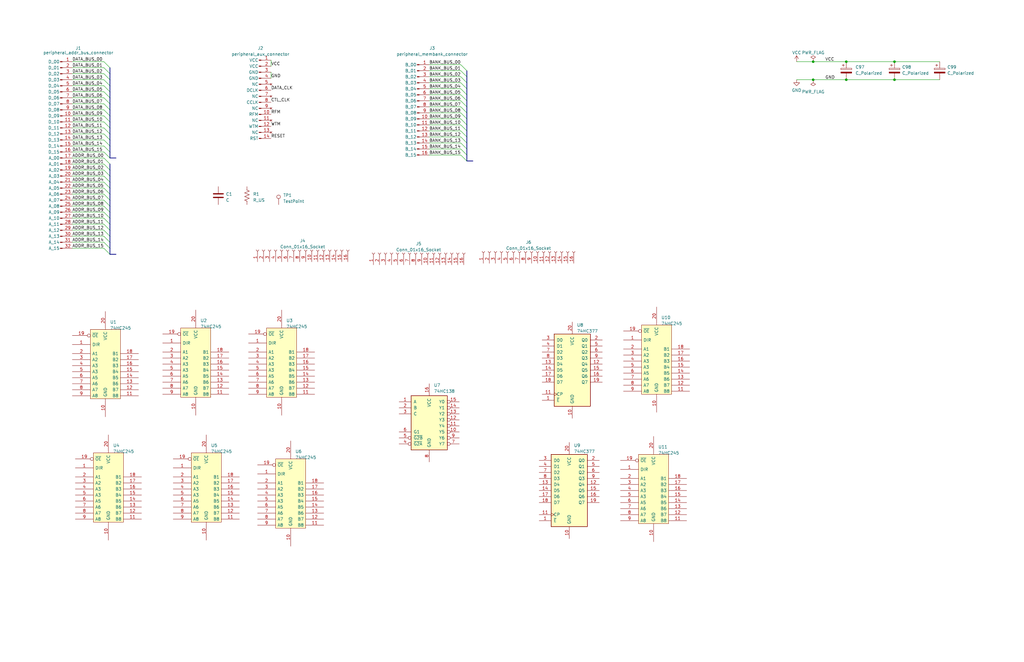
<source format=kicad_sch>
(kicad_sch (version 20230121) (generator eeschema)
  (paper "B")
  (lib_symbols
    (symbol "74xx:74HC00" (pin_names (offset 1.016))
      (property "Reference" "U" (at 0 1.27 0))
      (property "Value" "74HC00" (at 0 -1.27 0))
      (symbol "74HC00_1_1"
        (pin input line (at -7.62 2.54 0) (length 3.81) (name "~") (number "1"))
        (pin input line (at -7.62 -2.54 0) (length 3.81) (name "~") (number "2"))
        (pin output inverted (at 7.62 0 180) (length 3.81) (name "~") (number "3"))
      )
      (symbol "74HC00_1_2"
        (pin input inverted (at -7.62 2.54 0) (length 4.318) (name "~") (number "1"))
        (pin input inverted (at -7.62 -2.54 0) (length 4.318) (name "~") (number "2"))
        (pin output line (at 7.62 0 180) (length 3.81) (name "~") (number "3"))
      )
      (symbol "74HC00_2_1"
        (pin input line (at -7.62 2.54 0) (length 3.81) (name "~") (number "4"))
        (pin input line (at -7.62 -2.54 0) (length 3.81) (name "~") (number "5"))
        (pin output inverted (at 7.62 0 180) (length 3.81) (name "~") (number "6"))
      )
      (symbol "74HC00_2_2"
        (pin input inverted (at -7.62 2.54 0) (length 4.318) (name "~") (number "4"))
        (pin input inverted (at -7.62 -2.54 0) (length 4.318) (name "~") (number "5"))
        (pin output line (at 7.62 0 180) (length 3.81) (name "~") (number "6"))
      )
      (symbol "74HC00_3_1"
        (pin input line (at -7.62 -2.54 0) (length 3.81) (name "~") (number "10"))
        (pin output inverted (at 7.62 0 180) (length 3.81) (name "~") (number "8"))
        (pin input line (at -7.62 2.54 0) (length 3.81) (name "~") (number "9"))
      )
      (symbol "74HC00_3_2"
        (pin input inverted (at -7.62 -2.54 0) (length 4.318) (name "~") (number "10"))
        (pin output line (at 7.62 0 180) (length 3.81) (name "~") (number "8"))
        (pin input inverted (at -7.62 2.54 0) (length 4.318) (name "~") (number "9"))
      )
      (symbol "74HC00_4_1"
        (pin output inverted (at 7.62 0 180) (length 3.81) (name "~") (number "11"))
        (pin input line (at -7.62 2.54 0) (length 3.81) (name "~") (number "12"))
        (pin input line (at -7.62 -2.54 0) (length 3.81) (name "~") (number "13"))
      )
      (symbol "74HC00_4_2"
        (pin output line (at 7.62 0 180) (length 3.81) (name "~") (number "11"))
        (pin input inverted (at -7.62 2.54 0) (length 4.318) (name "~") (number "12"))
        (pin input inverted (at -7.62 -2.54 0) (length 4.318) (name "~") (number "13"))
      )
      (symbol "74HC00_5_0"
        (pin power_in line (at 0 12.7 270) (length 5.08) (name "VCC") (number "14"))
        (pin power_in line (at 0 -12.7 90) (length 5.08) (name "GND") (number "7"))
      )
    )
    (symbol "Connector:Conn_01x16_Socket" (pin_names (offset 1.016) hide)
      (property "Reference" "J" (at 0 20.32 0))
      (property "Value" "Conn_01x16_Socket" (at 0 -22.86 0))
      (symbol "Conn_01x16_Socket_1_1"
        (pin passive line (at -5.08 17.78 0) (length 3.81) (name "Pin_1") (number "1"))
        (pin passive line (at -5.08 -5.08 0) (length 3.81) (name "Pin_10") (number "10"))
        (pin passive line (at -5.08 -7.62 0) (length 3.81) (name "Pin_11") (number "11"))
        (pin passive line (at -5.08 -10.16 0) (length 3.81) (name "Pin_12") (number "12"))
        (pin passive line (at -5.08 -12.7 0) (length 3.81) (name "Pin_13") (number "13"))
        (pin passive line (at -5.08 -15.24 0) (length 3.81) (name "Pin_14") (number "14"))
        (pin passive line (at -5.08 -17.78 0) (length 3.81) (name "Pin_15") (number "15"))
        (pin passive line (at -5.08 -20.32 0) (length 3.81) (name "Pin_16") (number "16"))
        (pin passive line (at -5.08 15.24 0) (length 3.81) (name "Pin_2") (number "2"))
        (pin passive line (at -5.08 12.7 0) (length 3.81) (name "Pin_3") (number "3"))
        (pin passive line (at -5.08 10.16 0) (length 3.81) (name "Pin_4") (number "4"))
        (pin passive line (at -5.08 7.62 0) (length 3.81) (name "Pin_5") (number "5"))
        (pin passive line (at -5.08 5.08 0) (length 3.81) (name "Pin_6") (number "6"))
        (pin passive line (at -5.08 2.54 0) (length 3.81) (name "Pin_7") (number "7"))
        (pin passive line (at -5.08 0 0) (length 3.81) (name "Pin_8") (number "8"))
        (pin passive line (at -5.08 -2.54 0) (length 3.81) (name "Pin_9") (number "9"))
      )
    )
    (symbol "Connector:TestPoint" (pin_numbers hide) (pin_names (offset 0.762) hide)
      (property "Reference" "TP" (at 0 6.858 0))
      (property "Value" "TestPoint" (at 0 5.08 0))
      (symbol "TestPoint_1_1"
        (pin passive line (at 0 0 90) (length 2.54) (name "1") (number "1"))
      )
    )
    (symbol "Device:C" (pin_numbers hide) (pin_names (offset 0.254))
      (property "Reference" "C" (at 0.635 2.54 0))
      (property "Value" "C" (at 0.635 -2.54 0))
      (symbol "C_1_1"
        (pin passive line (at 0 3.81 270) (length 2.794) (name "~") (number "1"))
        (pin passive line (at 0 -3.81 90) (length 2.794) (name "~") (number "2"))
      )
    )
    (symbol "Device:C_Polarized" (pin_numbers hide) (pin_names (offset 0.254))
      (property "Reference" "C" (at 0.635 2.54 0))
      (property "Value" "C_Polarized" (at 0.635 -2.54 0))
      (symbol "C_Polarized_1_1"
        (pin passive line (at 0 3.81 270) (length 2.794) (name "~") (number "1"))
        (pin passive line (at 0 -3.81 90) (length 2.794) (name "~") (number "2"))
      )
    )
    (symbol "Device:R_US" (pin_numbers hide) (pin_names (offset 0))
      (property "Reference" "R" (at 2.54 0 90))
      (property "Value" "R_US" (at -2.54 0 90))
      (symbol "R_US_1_1"
        (pin passive line (at 0 3.81 270) (length 1.27) (name "~") (number "1"))
        (pin passive line (at 0 -3.81 90) (length 1.27) (name "~") (number "2"))
      )
    )
    (symbol "power:GND" (power) (pin_names (offset 0))
      (property "Value" "GND" (at 0 -3.81 0))
      (symbol "GND_1_1"
        (pin power_in line (at 0 0 270) (length 0) hide (name "GND") (number "1"))
      )
    )
    (symbol "power:PWR_FLAG" (power) (pin_numbers hide) (pin_names (offset 0) hide)
      (property "Value" "PWR_FLAG" (at 0 3.81 0))
      (symbol "PWR_FLAG_0_0"
        (pin power_out line (at 0 0 90) (length 0) (name "pwr") (number "1"))
      )
    )
    (symbol "power:VCC" (power) (pin_names (offset 0))
      (property "Value" "VCC" (at 0 3.81 0))
      (symbol "VCC_1_1"
        (pin power_in line (at 0 0 90) (length 0) hide (name "VCC") (number "1"))
      )
    )
    (symbol "sixteen-bit-computer:74HC08" (pin_names (offset 1.016))
      (property "Reference" "U" (at 0 1.27 0))
      (property "Value" "74HC08" (at 0 -1.27 0))
      (symbol "74HC08_1_1"
        (pin input line (at -7.62 2.54 0) (length 3.81) (name "~") (number "1"))
        (pin input line (at -7.62 -2.54 0) (length 3.81) (name "~") (number "2"))
        (pin output line (at 7.62 0 180) (length 3.81) (name "~") (number "3"))
      )
      (symbol "74HC08_1_2"
        (pin input inverted (at -7.62 2.54 0) (length 4.318) (name "~") (number "1"))
        (pin input inverted (at -7.62 -2.54 0) (length 4.318) (name "~") (number "2"))
        (pin output inverted (at 7.62 0 180) (length 3.81) (name "~") (number "3"))
      )
      (symbol "74HC08_2_1"
        (pin input line (at -7.62 2.54 0) (length 3.81) (name "~") (number "4"))
        (pin input line (at -7.62 -2.54 0) (length 3.81) (name "~") (number "5"))
        (pin output line (at 7.62 0 180) (length 3.81) (name "~") (number "6"))
      )
      (symbol "74HC08_2_2"
        (pin input inverted (at -7.62 2.54 0) (length 4.318) (name "~") (number "4"))
        (pin input inverted (at -7.62 -2.54 0) (length 4.318) (name "~") (number "5"))
        (pin output inverted (at 7.62 0 180) (length 3.81) (name "~") (number "6"))
      )
      (symbol "74HC08_3_1"
        (pin input line (at -7.62 -2.54 0) (length 3.81) (name "~") (number "10"))
        (pin output line (at 7.62 0 180) (length 3.81) (name "~") (number "8"))
        (pin input line (at -7.62 2.54 0) (length 3.81) (name "~") (number "9"))
      )
      (symbol "74HC08_3_2"
        (pin input inverted (at -7.62 -2.54 0) (length 4.318) (name "~") (number "10"))
        (pin output inverted (at 7.62 0 180) (length 3.81) (name "~") (number "8"))
        (pin input inverted (at -7.62 2.54 0) (length 4.318) (name "~") (number "9"))
      )
      (symbol "74HC08_4_1"
        (pin output line (at 7.62 0 180) (length 3.81) (name "~") (number "11"))
        (pin input line (at -7.62 2.54 0) (length 3.81) (name "~") (number "12"))
        (pin input line (at -7.62 -2.54 0) (length 3.81) (name "~") (number "13"))
      )
      (symbol "74HC08_4_2"
        (pin output inverted (at 7.62 0 180) (length 3.81) (name "~") (number "11"))
        (pin input inverted (at -7.62 2.54 0) (length 4.318) (name "~") (number "12"))
        (pin input inverted (at -7.62 -2.54 0) (length 4.318) (name "~") (number "13"))
      )
      (symbol "74HC08_5_0"
        (pin power_in line (at 0 12.7 270) (length 5.08) (name "VCC") (number "14"))
        (pin power_in line (at 0 -12.7 90) (length 5.08) (name "GND") (number "7"))
      )
    )
    (symbol "sixteen-bit-computer:74HC138" (pin_names (offset 1.016))
      (property "Reference" "U" (at -7.62 11.43 0))
      (property "Value" "74HC138" (at -7.62 -13.97 0))
      (symbol "74HC138_1_0"
        (pin input line (at -12.7 7.62 0) (length 5.08) (name "A") (number "1"))
        (pin output inverted (at 12.7 -5.08 180) (length 5.08) (name "Y5") (number "10"))
        (pin output inverted (at 12.7 -2.54 180) (length 5.08) (name "Y4") (number "11"))
        (pin output inverted (at 12.7 0 180) (length 5.08) (name "Y3") (number "12"))
        (pin output inverted (at 12.7 2.54 180) (length 5.08) (name "Y2") (number "13"))
        (pin output inverted (at 12.7 5.08 180) (length 5.08) (name "Y1") (number "14"))
        (pin output inverted (at 12.7 7.62 180) (length 5.08) (name "Y0") (number "15"))
        (pin power_in line (at 0 15.24 270) (length 5.08) (name "VCC") (number "16"))
        (pin input line (at -12.7 5.08 0) (length 5.08) (name "B") (number "2"))
        (pin input line (at -12.7 2.54 0) (length 5.08) (name "C") (number "3"))
        (pin input inverted (at -12.7 -10.16 0) (length 5.08) (name "~{G2A}") (number "4"))
        (pin input inverted (at -12.7 -7.62 0) (length 5.08) (name "~{G2B}") (number "5"))
        (pin input line (at -12.7 -5.08 0) (length 5.08) (name "G1") (number "6"))
        (pin output inverted (at 12.7 -10.16 180) (length 5.08) (name "Y7") (number "7"))
        (pin power_in line (at 0 -17.78 90) (length 5.08) (name "GND") (number "8"))
        (pin output inverted (at 12.7 -7.62 180) (length 5.08) (name "Y6") (number "9"))
      )
    )
    (symbol "sixteen-bit-computer:74HC245" (pin_names (offset 0.762))
      (property "Reference" "U" (at -7.62 17.78 0))
      (property "Value" "74HC245" (at 2.54 -15.24 0))
      (symbol "74HC245_1_1"
        (pin input line (at -13.97 10.16 0) (length 7.62) (name "DIR") (number "1"))
        (pin power_in line (at 0 -20.32 90) (length 7.62) (name "GND") (number "10"))
        (pin tri_state line (at 13.97 -11.43 180) (length 7.62) (name "B8") (number "11"))
        (pin tri_state line (at 13.97 -8.89 180) (length 7.62) (name "B7") (number "12"))
        (pin tri_state line (at 13.97 -6.35 180) (length 7.62) (name "B6") (number "13"))
        (pin tri_state line (at 13.97 -3.81 180) (length 7.62) (name "B5") (number "14"))
        (pin tri_state line (at 13.97 -1.27 180) (length 7.62) (name "B4") (number "15"))
        (pin tri_state line (at 13.97 1.27 180) (length 7.62) (name "B3") (number "16"))
        (pin tri_state line (at 13.97 3.81 180) (length 7.62) (name "B2") (number "17"))
        (pin tri_state line (at 13.97 6.35 180) (length 7.62) (name "B1") (number "18"))
        (pin input inverted (at -13.97 13.97 0) (length 7.62) (name "~{OE}") (number "19"))
        (pin tri_state line (at -13.97 6.35 0) (length 7.62) (name "A1") (number "2"))
        (pin power_in line (at 0 24.13 270) (length 7.62) (name "VCC") (number "20"))
        (pin tri_state line (at -13.97 3.81 0) (length 7.62) (name "A2") (number "3"))
        (pin tri_state line (at -13.97 1.27 0) (length 7.62) (name "A3") (number "4"))
        (pin tri_state line (at -13.97 -1.27 0) (length 7.62) (name "A3") (number "5"))
        (pin tri_state line (at -13.97 -3.81 0) (length 7.62) (name "A5") (number "6"))
        (pin tri_state line (at -13.97 -6.35 0) (length 7.62) (name "A6") (number "7"))
        (pin tri_state line (at -13.97 -8.89 0) (length 7.62) (name "A7") (number "8"))
        (pin tri_state line (at -13.97 -11.43 0) (length 7.62) (name "A8") (number "9"))
      )
    )
    (symbol "sixteen-bit-computer:74HC32" (pin_names (offset 1.016))
      (property "Reference" "U" (at 0 1.27 0))
      (property "Value" "74HC32" (at 0 -1.27 0))
      (symbol "74HC32_1_1"
        (pin input line (at -7.62 2.54 0) (length 4.318) (name "~") (number "1"))
        (pin input line (at -7.62 -2.54 0) (length 4.318) (name "~") (number "2"))
        (pin output line (at 7.62 0 180) (length 3.81) (name "~") (number "3"))
      )
      (symbol "74HC32_1_2"
        (pin input inverted (at -7.62 2.54 0) (length 3.81) (name "~") (number "1"))
        (pin input inverted (at -7.62 -2.54 0) (length 3.81) (name "~") (number "2"))
        (pin output inverted (at 7.62 0 180) (length 3.81) (name "~") (number "3"))
      )
      (symbol "74HC32_2_1"
        (pin input line (at -7.62 2.54 0) (length 4.318) (name "~") (number "4"))
        (pin input line (at -7.62 -2.54 0) (length 4.318) (name "~") (number "5"))
        (pin output line (at 7.62 0 180) (length 3.81) (name "~") (number "6"))
      )
      (symbol "74HC32_2_2"
        (pin input inverted (at -7.62 2.54 0) (length 3.81) (name "~") (number "4"))
        (pin input inverted (at -7.62 -2.54 0) (length 3.81) (name "~") (number "5"))
        (pin output inverted (at 7.62 0 180) (length 3.81) (name "~") (number "6"))
      )
      (symbol "74HC32_3_1"
        (pin input line (at -7.62 -2.54 0) (length 4.318) (name "~") (number "10"))
        (pin output line (at 7.62 0 180) (length 3.81) (name "~") (number "8"))
        (pin input line (at -7.62 2.54 0) (length 4.318) (name "~") (number "9"))
      )
      (symbol "74HC32_3_2"
        (pin input inverted (at -7.62 -2.54 0) (length 3.81) (name "~") (number "10"))
        (pin output inverted (at 7.62 0 180) (length 3.81) (name "~") (number "8"))
        (pin input inverted (at -7.62 2.54 0) (length 3.81) (name "~") (number "9"))
      )
      (symbol "74HC32_4_1"
        (pin output line (at 7.62 0 180) (length 3.81) (name "~") (number "11"))
        (pin input line (at -7.62 2.54 0) (length 4.318) (name "~") (number "12"))
        (pin input line (at -7.62 -2.54 0) (length 4.318) (name "~") (number "13"))
      )
      (symbol "74HC32_4_2"
        (pin output inverted (at 7.62 0 180) (length 3.81) (name "~") (number "11"))
        (pin input inverted (at -7.62 2.54 0) (length 3.81) (name "~") (number "12"))
        (pin input inverted (at -7.62 -2.54 0) (length 3.81) (name "~") (number "13"))
      )
      (symbol "74HC32_5_0"
        (pin power_in line (at 0 12.7 270) (length 5.08) (name "VCC") (number "14"))
        (pin power_in line (at 0 -12.7 90) (length 5.08) (name "GND") (number "7"))
      )
    )
    (symbol "sixteen-bit-computer:74HC377" (pin_names (offset 1.016))
      (property "Reference" "U" (at -7.62 16.51 0))
      (property "Value" "74HC377" (at 8.89 -17.78 0))
      (symbol "74HC377_1_0"
        (pin input line (at -12.7 -12.7 0) (length 5.08) (name "~{E}") (number "1"))
        (pin power_in line (at 0 -20.32 90) (length 5.08) (name "GND") (number "10"))
        (pin input clock (at -12.7 -10.16 0) (length 5.08) (name "CP") (number "11"))
        (pin output line (at 12.7 2.54 180) (length 5.08) (name "Q4") (number "12"))
        (pin input line (at -12.7 2.54 0) (length 5.08) (name "D4") (number "13"))
        (pin input line (at -12.7 0 0) (length 5.08) (name "D5") (number "14"))
        (pin output line (at 12.7 0 180) (length 5.08) (name "Q5") (number "15"))
        (pin output line (at 12.7 -2.54 180) (length 5.08) (name "Q6") (number "16"))
        (pin input line (at -12.7 -2.54 0) (length 5.08) (name "D6") (number "17"))
        (pin input line (at -12.7 -5.08 0) (length 5.08) (name "D7") (number "18"))
        (pin output line (at 12.7 -5.08 180) (length 5.08) (name "Q7") (number "19"))
        (pin output line (at 12.7 12.7 180) (length 5.08) (name "Q0") (number "2"))
        (pin power_in line (at 0 20.32 270) (length 5.08) (name "VCC") (number "20"))
        (pin input line (at -12.7 12.7 0) (length 5.08) (name "D0") (number "3"))
        (pin input line (at -12.7 10.16 0) (length 5.08) (name "D1") (number "4"))
        (pin output line (at 12.7 10.16 180) (length 5.08) (name "Q1") (number "5"))
        (pin output line (at 12.7 7.62 180) (length 5.08) (name "Q2") (number "6"))
        (pin input line (at -12.7 7.62 0) (length 5.08) (name "D2") (number "7"))
        (pin input line (at -12.7 5.08 0) (length 5.08) (name "D3") (number "8"))
        (pin output line (at 12.7 5.08 180) (length 5.08) (name "Q3") (number "9"))
      )
    )
    (symbol "sixteen-bit-computer:peripheral_addr_bus_connector" (pin_names (offset 1.524))
      (property "Reference" "J" (at 0 40.64 0))
      (property "Value" "peripheral_addr_bus_connector" (at 0 -43.18 0))
      (symbol "peripheral_addr_bus_connector_1_1"
        (pin passive line (at 5.08 38.1 180) (length 3.81) (name "D_00") (number "1"))
        (pin passive line (at 5.08 15.24 180) (length 3.81) (name "D_09") (number "10"))
        (pin passive line (at 5.08 12.7 180) (length 3.81) (name "D_10") (number "11"))
        (pin passive line (at 5.08 10.16 180) (length 3.81) (name "D_11") (number "12"))
        (pin passive line (at 5.08 7.62 180) (length 3.81) (name "D_12") (number "13"))
        (pin passive line (at 5.08 5.08 180) (length 3.81) (name "D_13") (number "14"))
        (pin passive line (at 5.08 2.54 180) (length 3.81) (name "D_14") (number "15"))
        (pin passive line (at 5.08 0 180) (length 3.81) (name "D_15") (number "16"))
        (pin passive line (at 5.08 -2.54 180) (length 3.81) (name "A_00") (number "17"))
        (pin passive line (at 5.08 -5.08 180) (length 3.81) (name "A_01") (number "18"))
        (pin passive line (at 5.08 -7.62 180) (length 3.81) (name "A_02") (number "19"))
        (pin passive line (at 5.08 35.56 180) (length 3.81) (name "D_01") (number "2"))
        (pin passive line (at 5.08 -10.16 180) (length 3.81) (name "A_03") (number "20"))
        (pin passive line (at 5.08 -12.7 180) (length 3.81) (name "A_04") (number "21"))
        (pin passive line (at 5.08 -15.24 180) (length 3.81) (name "A_05") (number "22"))
        (pin passive line (at 5.08 -17.78 180) (length 3.81) (name "A_06") (number "23"))
        (pin passive line (at 5.08 -20.32 180) (length 3.81) (name "A_07") (number "24"))
        (pin passive line (at 5.08 -22.86 180) (length 3.81) (name "A_08") (number "25"))
        (pin passive line (at 5.08 -25.4 180) (length 3.81) (name "A_09") (number "26"))
        (pin passive line (at 5.08 -27.94 180) (length 3.81) (name "A_10") (number "27"))
        (pin passive line (at 5.08 -30.48 180) (length 3.81) (name "A_11") (number "28"))
        (pin passive line (at 5.08 -33.02 180) (length 3.81) (name "A_12") (number "29"))
        (pin passive line (at 5.08 33.02 180) (length 3.81) (name "D_02") (number "3"))
        (pin passive line (at 5.08 -35.56 180) (length 3.81) (name "A_13") (number "30"))
        (pin passive line (at 5.08 -38.1 180) (length 3.81) (name "A_14") (number "31"))
        (pin passive line (at 5.08 -40.64 180) (length 3.81) (name "A_15") (number "32"))
        (pin passive line (at 5.08 30.48 180) (length 3.81) (name "D_03") (number "4"))
        (pin passive line (at 5.08 27.94 180) (length 3.81) (name "D_04") (number "5"))
        (pin passive line (at 5.08 25.4 180) (length 3.81) (name "D_05") (number "6"))
        (pin passive line (at 5.08 22.86 180) (length 3.81) (name "D_06") (number "7"))
        (pin passive line (at 5.08 20.32 180) (length 3.81) (name "D_07") (number "8"))
        (pin passive line (at 5.08 17.78 180) (length 3.81) (name "D_08") (number "9"))
      )
    )
    (symbol "sixteen-bit-computer:peripheral_aux_connector" (pin_names (offset 1.524))
      (property "Reference" "J" (at 0 17.78 0))
      (property "Value" "peripheral_aux_connector" (at 0 -20.32 0))
      (symbol "peripheral_aux_connector_1_1"
        (pin passive line (at 5.08 15.24 180) (length 3.81) (name "VCC") (number "1"))
        (pin passive line (at 5.08 -7.62 180) (length 3.81) (name "RFM") (number "10"))
        (pin no_connect line (at 5.08 -10.16 180) (length 3.81) (name "NC") (number "11"))
        (pin passive line (at 5.08 -12.7 180) (length 3.81) (name "WTM") (number "12"))
        (pin no_connect line (at 5.08 -15.24 180) (length 3.81) (name "NC") (number "13"))
        (pin passive line (at 5.08 -17.78 180) (length 3.81) (name "RST") (number "14"))
        (pin passive line (at 5.08 12.7 180) (length 3.81) (name "VCC") (number "2"))
        (pin passive line (at 5.08 10.16 180) (length 3.81) (name "GND") (number "3"))
        (pin passive line (at 5.08 7.62 180) (length 3.81) (name "GND") (number "4"))
        (pin no_connect line (at 5.08 5.08 180) (length 3.81) (name "NC") (number "5"))
        (pin passive line (at 5.08 2.54 180) (length 3.81) (name "DCLK") (number "6"))
        (pin no_connect line (at 5.08 0 180) (length 3.81) (name "NC") (number "7"))
        (pin passive line (at 5.08 -2.54 180) (length 3.81) (name "CCLK") (number "8"))
        (pin no_connect line (at 5.08 -5.08 180) (length 3.81) (name "NC") (number "9"))
      )
    )
    (symbol "sixteen-bit-computer:peripheral_membank_connector" (pin_names (offset 1.524))
      (property "Reference" "J" (at 0 20.32 0))
      (property "Value" "peripheral_membank_connector" (at 0 -22.86 0))
      (symbol "peripheral_membank_connector_1_1"
        (pin passive line (at 5.08 17.78 180) (length 3.81) (name "B_00") (number "1"))
        (pin passive line (at 5.08 -5.08 180) (length 3.81) (name "B_09") (number "10"))
        (pin passive line (at 5.08 -7.62 180) (length 3.81) (name "B_10") (number "11"))
        (pin passive line (at 5.08 -10.16 180) (length 3.81) (name "B_11") (number "12"))
        (pin passive line (at 5.08 -12.7 180) (length 3.81) (name "B_12") (number "13"))
        (pin passive line (at 5.08 -15.24 180) (length 3.81) (name "B_13") (number "14"))
        (pin passive line (at 5.08 -17.78 180) (length 3.81) (name "B_14") (number "15"))
        (pin passive line (at 5.08 -20.32 180) (length 3.81) (name "B_15") (number "16"))
        (pin passive line (at 5.08 15.24 180) (length 3.81) (name "B_01") (number "2"))
        (pin passive line (at 5.08 12.7 180) (length 3.81) (name "B_02") (number "3"))
        (pin passive line (at 5.08 10.16 180) (length 3.81) (name "B_03") (number "4"))
        (pin passive line (at 5.08 7.62 180) (length 3.81) (name "B_04") (number "5"))
        (pin passive line (at 5.08 5.08 180) (length 3.81) (name "B_05") (number "6"))
        (pin passive line (at 5.08 2.54 180) (length 3.81) (name "B_06") (number "7"))
        (pin passive line (at 5.08 0 180) (length 3.81) (name "B_07") (number "8"))
        (pin passive line (at 5.08 -2.54 180) (length 3.81) (name "B_08") (number "9"))
      )
    )
  )
  (bus_alias "ADDR_BUS" (members "ADDR_BUS_00" "ADDR_BUS_01" "ADDR_BUS_02" "ADDR_BUS_03" "ADDR_BUS_04" "ADDR_BUS_05" "ADDR_BUS_06" "ADDR_BUS_07" "ADDR_BUS_08" "ADDR_BUS_09" "ADDR_BUS_10" "ADDR_BUS_11" "ADDR_BUS_12" "ADDR_BUS_13" "ADDR_BUS_14" "ADDR_BUS_15"))
  (bus_alias "BANK_BUS" (members "BANK_BUS_00" "BANK_BUS_01" "BANK_BUS_02" "BANK_BUS_03" "BANK_BUS_04" "BANK_BUS_05" "BANK_BUS_06" "BANK_BUS_07" "BANK_BUS_08" "BANK_BUS_09" "BANK_BUS_10" "BANK_BUS_11" "BANK_BUS_12" "BANK_BUS_13" "BANK_BUS_14" "BANK_BUS_15"))
  (bus_alias "DATA_BUS" (members "DATA_BUS_00" "DATA_BUS_01" "DATA_BUS_02" "DATA_BUS_03" "DATA_BUS_04" "DATA_BUS_05" "DATA_BUS_06" "DATA_BUS_07" "DATA_BUS_08" "DATA_BUS_09" "DATA_BUS_10" "DATA_BUS_11" "DATA_BUS_12" "DATA_BUS_13" "DATA_BUS_14" "DATA_BUS_15"))
  (junction (at 377.19 33.655))
  (junction (at 356.87 26.035))
  (junction (at 377.19 26.035))
  (junction (at 342.9 33.655))
  (junction (at 356.87 33.655))
  (junction (at 342.9 26.035))
  (bus_entry (at 43.815 64.135) (size 2.54 2.54))
  (bus_entry (at 43.815 26.035) (size 2.54 2.54))
  (bus_entry (at 43.815 36.195) (size 2.54 2.54))
  (bus_entry (at 43.815 41.275) (size 2.54 2.54))
  (bus_entry (at 194.31 65.405) (size 2.54 2.54))
  (bus_entry (at 43.815 79.375) (size 2.54 2.54))
  (bus_entry (at 43.815 38.735) (size 2.54 2.54))
  (bus_entry (at 194.31 52.705) (size 2.54 2.54))
  (bus_entry (at 43.815 61.595) (size 2.54 2.54))
  (bus_entry (at 43.815 66.675) (size 2.54 2.54))
  (bus_entry (at 194.31 57.785) (size 2.54 2.54))
  (bus_entry (at 194.31 42.545) (size 2.54 2.54))
  (bus_entry (at 194.31 47.625) (size 2.54 2.54))
  (bus_entry (at 43.815 104.775) (size 2.54 2.54))
  (bus_entry (at 43.815 94.615) (size 2.54 2.54))
  (bus_entry (at 43.815 33.655) (size 2.54 2.54))
  (bus_entry (at 43.815 59.055) (size 2.54 2.54))
  (bus_entry (at 43.815 69.215) (size 2.54 2.54))
  (bus_entry (at 43.815 28.575) (size 2.54 2.54))
  (bus_entry (at 43.815 56.515) (size 2.54 2.54))
  (bus_entry (at 194.31 40.005) (size 2.54 2.54))
  (bus_entry (at 43.815 92.075) (size 2.54 2.54))
  (bus_entry (at 43.815 84.455) (size 2.54 2.54))
  (bus_entry (at 194.31 60.325) (size 2.54 2.54))
  (bus_entry (at 194.31 34.925) (size 2.54 2.54))
  (bus_entry (at 194.31 27.305) (size 2.54 2.54))
  (bus_entry (at 43.815 86.995) (size 2.54 2.54))
  (bus_entry (at 194.31 32.385) (size 2.54 2.54))
  (bus_entry (at 43.815 102.235) (size 2.54 2.54))
  (bus_entry (at 194.31 50.165) (size 2.54 2.54))
  (bus_entry (at 43.815 81.915) (size 2.54 2.54))
  (bus_entry (at 43.815 97.155) (size 2.54 2.54))
  (bus_entry (at 43.815 76.835) (size 2.54 2.54))
  (bus_entry (at 194.31 55.245) (size 2.54 2.54))
  (bus_entry (at 43.815 43.815) (size 2.54 2.54))
  (bus_entry (at 43.815 71.755) (size 2.54 2.54))
  (bus_entry (at 43.815 48.895) (size 2.54 2.54))
  (bus_entry (at 194.31 45.085) (size 2.54 2.54))
  (bus_entry (at 194.31 29.845) (size 2.54 2.54))
  (bus_entry (at 194.31 62.865) (size 2.54 2.54))
  (bus_entry (at 43.815 53.975) (size 2.54 2.54))
  (bus_entry (at 43.815 99.695) (size 2.54 2.54))
  (bus_entry (at 194.31 37.465) (size 2.54 2.54))
  (bus_entry (at 43.815 74.295) (size 2.54 2.54))
  (bus_entry (at 43.815 89.535) (size 2.54 2.54))
  (bus_entry (at 43.815 51.435) (size 2.54 2.54))
  (bus_entry (at 43.815 31.115) (size 2.54 2.54))
  (bus_entry (at 43.815 46.355) (size 2.54 2.54))
  (bus (pts (xy 46.355 64.135) (xy 46.355 66.675)))
  (wire (pts (xy 180.975 50.165) (xy 194.31 50.165)))
  (bus (pts (xy 46.355 84.455) (xy 46.355 86.995)))
  (bus (pts (xy 196.85 45.085) (xy 196.85 47.625)))
  (bus (pts (xy 196.85 67.945) (xy 199.39 67.945)))
  (wire (pts (xy 180.975 32.385) (xy 194.31 32.385)))
  (wire (pts (xy 30.48 38.735) (xy 43.815 38.735)))
  (wire (pts (xy 114.3 25.4) (xy 114.3 27.94)))
  (bus (pts (xy 46.355 69.215) (xy 46.355 71.755)))
  (wire (pts (xy 30.48 84.455) (xy 43.815 84.455)))
  (wire (pts (xy 30.48 51.435) (xy 43.815 51.435)))
  (wire (pts (xy 180.975 55.245) (xy 194.31 55.245)))
  (wire (pts (xy 30.48 86.995) (xy 43.815 86.995)))
  (bus (pts (xy 46.355 81.915) (xy 46.355 84.455)))
  (bus (pts (xy 196.85 60.325) (xy 196.85 62.865)))
  (bus (pts (xy 196.85 57.785) (xy 196.85 60.325)))
  (bus (pts (xy 196.85 62.865) (xy 196.85 65.405)))
  (wire (pts (xy 180.975 52.705) (xy 194.31 52.705)))
  (wire (pts (xy 30.48 46.355) (xy 43.815 46.355)))
  (wire (pts (xy 377.19 33.655) (xy 396.24 33.655)))
  (wire (pts (xy 30.48 71.755) (xy 43.815 71.755)))
  (bus (pts (xy 196.85 32.385) (xy 196.85 34.925)))
  (wire (pts (xy 335.915 26.035) (xy 342.9 26.035)))
  (wire (pts (xy 30.48 102.235) (xy 43.815 102.235)))
  (wire (pts (xy 377.19 26.035) (xy 396.24 26.035)))
  (wire (pts (xy 30.48 92.075) (xy 43.815 92.075)))
  (wire (pts (xy 180.975 34.925) (xy 194.31 34.925)))
  (wire (pts (xy 30.48 97.155) (xy 43.815 97.155)))
  (wire (pts (xy 30.48 53.975) (xy 43.815 53.975)))
  (wire (pts (xy 180.975 27.305) (xy 194.31 27.305)))
  (bus (pts (xy 46.355 43.815) (xy 46.355 46.355)))
  (bus (pts (xy 196.85 55.245) (xy 196.85 57.785)))
  (bus (pts (xy 46.355 48.895) (xy 46.355 51.435)))
  (bus (pts (xy 46.355 38.735) (xy 46.355 41.275)))
  (wire (pts (xy 30.48 26.035) (xy 43.815 26.035)))
  (wire (pts (xy 180.975 57.785) (xy 194.31 57.785)))
  (bus (pts (xy 196.85 42.545) (xy 196.85 45.085)))
  (wire (pts (xy 180.975 45.085) (xy 194.31 45.085)))
  (bus (pts (xy 46.355 71.755) (xy 46.355 74.295)))
  (wire (pts (xy 30.48 28.575) (xy 43.815 28.575)))
  (wire (pts (xy 30.48 74.295) (xy 43.815 74.295)))
  (bus (pts (xy 46.355 86.995) (xy 46.355 89.535)))
  (wire (pts (xy 30.48 79.375) (xy 43.815 79.375)))
  (bus (pts (xy 46.355 53.975) (xy 46.355 56.515)))
  (wire (pts (xy 30.48 64.135) (xy 43.815 64.135)))
  (bus (pts (xy 46.355 31.115) (xy 46.355 33.655)))
  (wire (pts (xy 342.9 33.655) (xy 356.87 33.655)))
  (wire (pts (xy 30.48 66.675) (xy 43.815 66.675)))
  (wire (pts (xy 30.48 59.055) (xy 43.815 59.055)))
  (wire (pts (xy 342.9 26.035) (xy 356.87 26.035)))
  (wire (pts (xy 30.48 31.115) (xy 43.815 31.115)))
  (bus (pts (xy 196.85 29.845) (xy 196.85 32.385)))
  (bus (pts (xy 196.85 47.625) (xy 196.85 50.165)))
  (wire (pts (xy 114.3 30.48) (xy 114.3 33.02)))
  (bus (pts (xy 46.355 28.575) (xy 46.355 31.115)))
  (wire (pts (xy 30.48 69.215) (xy 43.815 69.215)))
  (bus (pts (xy 46.355 107.315) (xy 48.895 107.315)))
  (bus (pts (xy 46.355 94.615) (xy 46.355 97.155)))
  (bus (pts (xy 46.355 104.775) (xy 46.355 107.315)))
  (bus (pts (xy 46.355 56.515) (xy 46.355 59.055)))
  (wire (pts (xy 30.48 48.895) (xy 43.815 48.895)))
  (bus (pts (xy 196.85 34.925) (xy 196.85 37.465)))
  (bus (pts (xy 46.355 92.075) (xy 46.355 94.615)))
  (bus (pts (xy 46.355 41.275) (xy 46.355 43.815)))
  (bus (pts (xy 46.355 74.295) (xy 46.355 76.835)))
  (bus (pts (xy 46.355 59.055) (xy 46.355 61.595)))
  (wire (pts (xy 30.48 99.695) (xy 43.815 99.695)))
  (wire (pts (xy 180.975 42.545) (xy 194.31 42.545)))
  (wire (pts (xy 356.87 26.035) (xy 377.19 26.035)))
  (wire (pts (xy 30.48 56.515) (xy 43.815 56.515)))
  (bus (pts (xy 46.355 51.435) (xy 46.355 53.975)))
  (bus (pts (xy 196.85 40.005) (xy 196.85 42.545)))
  (wire (pts (xy 30.48 76.835) (xy 43.815 76.835)))
  (wire (pts (xy 30.48 61.595) (xy 43.815 61.595)))
  (wire (pts (xy 30.48 36.195) (xy 43.815 36.195)))
  (wire (pts (xy 30.48 94.615) (xy 43.815 94.615)))
  (bus (pts (xy 196.85 65.405) (xy 196.85 67.945)))
  (bus (pts (xy 46.355 102.235) (xy 46.355 104.775)))
  (wire (pts (xy 180.975 62.865) (xy 194.31 62.865)))
  (wire (pts (xy 30.48 104.775) (xy 43.815 104.775)))
  (wire (pts (xy 180.975 60.325) (xy 194.31 60.325)))
  (bus (pts (xy 46.355 99.695) (xy 46.355 102.235)))
  (wire (pts (xy 356.87 33.655) (xy 377.19 33.655)))
  (bus (pts (xy 46.355 46.355) (xy 46.355 48.895)))
  (bus (pts (xy 46.355 66.675) (xy 48.895 66.675)))
  (wire (pts (xy 30.48 43.815) (xy 43.815 43.815)))
  (wire (pts (xy 180.975 40.005) (xy 194.31 40.005)))
  (bus (pts (xy 46.355 61.595) (xy 46.355 64.135)))
  (wire (pts (xy 30.48 89.535) (xy 43.815 89.535)))
  (wire (pts (xy 180.975 37.465) (xy 194.31 37.465)))
  (wire (pts (xy 180.975 29.845) (xy 194.31 29.845)))
  (bus (pts (xy 46.355 76.835) (xy 46.355 79.375)))
  (wire (pts (xy 30.48 33.655) (xy 43.815 33.655)))
  (wire (pts (xy 180.975 47.625) (xy 194.31 47.625)))
  (bus (pts (xy 196.85 52.705) (xy 196.85 55.245)))
  (wire (pts (xy 30.48 81.915) (xy 43.815 81.915)))
  (bus (pts (xy 46.355 97.155) (xy 46.355 99.695)))
  (bus (pts (xy 46.355 89.535) (xy 46.355 92.075)))
  (wire (pts (xy 30.48 41.275) (xy 43.815 41.275)))
  (wire (pts (xy 335.915 33.655) (xy 342.9 33.655)))
  (bus (pts (xy 46.355 79.375) (xy 46.355 81.915)))
  (bus (pts (xy 196.85 50.165) (xy 196.85 52.705)))
  (wire (pts (xy 180.975 65.405) (xy 194.31 65.405)))
  (bus (pts (xy 46.355 36.195) (xy 46.355 38.735)))
  (bus (pts (xy 46.355 33.655) (xy 46.355 36.195)))
  (bus (pts (xy 196.85 37.465) (xy 196.85 40.005)))
  (label "BANK_BUS_11" (at 180.975 55.245 0))
  (label "BANK_BUS_00" (at 180.975 27.305 0))
  (label "ADDR_BUS_08" (at 30.48 86.995 0))
  (label "BANK_BUS_09" (at 180.975 50.165 0))
  (label "BANK_BUS_04" (at 180.975 37.465 0))
  (label "DATA_BUS_00" (at 30.48 26.035 0))
  (label "ADDR_BUS_03" (at 30.48 74.295 0))
  (label "BANK_BUS_15" (at 180.975 65.405 0))
  (label "RESET" (at 114.3 58.42 0))
  (label "DATA_BUS_06" (at 30.48 41.275 0))
  (label "DATA_BUS_02" (at 30.48 31.115 0))
  (label "DATA_BUS_03" (at 30.48 33.655 0))
  (label "DATA_CLK" (at 114.3 38.1 0))
  (label "ADDR_BUS_07" (at 30.48 84.455 0))
  (label "DATA_BUS_04" (at 30.48 36.195 0))
  (label "ADDR_BUS_15" (at 30.48 104.775 0))
  (label "BANK_BUS_07" (at 180.975 45.085 0))
  (label "DATA_BUS_13" (at 30.48 59.055 0))
  (label "DATA_BUS_09" (at 30.48 48.895 0))
  (label "BANK_BUS_10" (at 180.975 52.705 0))
  (label "BANK_BUS_05" (at 180.975 40.005 0))
  (label "DATA_BUS_10" (at 30.48 51.435 0))
  (label "BANK_BUS_06" (at 180.975 42.545 0))
  (label "DATA_BUS_08" (at 30.48 46.355 0))
  (label "VCC" (at 347.98 26.035 0))
  (label "BANK_BUS_14" (at 180.975 62.865 0))
  (label "DATA_BUS_01" (at 30.48 28.575 0))
  (label "ADDR_BUS_00" (at 30.48 66.675 0))
  (label "BANK_BUS_12" (at 180.975 57.785 0))
  (label "DATA_BUS_12" (at 30.48 56.515 0))
  (label "ADDR_BUS_02" (at 30.48 71.755 0))
  (label "ADDR_BUS_13" (at 30.48 99.695 0))
  (label "BANK_BUS_08" (at 180.975 47.625 0))
  (label "CTL_CLK" (at 114.3 43.18 0))
  (label "ADDR_BUS_11" (at 30.48 94.615 0))
  (label "BANK_BUS_02" (at 180.975 32.385 0))
  (label "GND" (at 347.98 33.655 0))
  (label "WTM" (at 114.3 53.34 0))
  (label "BANK_BUS_01" (at 180.975 29.845 0))
  (label "ADDR_BUS_12" (at 30.48 97.155 0))
  (label "ADDR_BUS_06" (at 30.48 81.915 0))
  (label "DATA_BUS_11" (at 30.48 53.975 0))
  (label "DATA_BUS_05" (at 30.48 38.735 0))
  (label "RFM" (at 114.3 48.26 0))
  (label "BANK_BUS_03" (at 180.975 34.925 0))
  (label "ADDR_BUS_10" (at 30.48 92.075 0))
  (label "BANK_BUS_13" (at 180.975 60.325 0))
  (label "ADDR_BUS_14" (at 30.48 102.235 0))
  (label "ADDR_BUS_09" (at 30.48 89.535 0))
  (label "ADDR_BUS_05" (at 30.48 79.375 0))
  (label "VCC" (at 114.3 27.94 0))
  (label "DATA_BUS_14" (at 30.48 61.595 0))
  (label "ADDR_BUS_04" (at 30.48 76.835 0))
  (label "DATA_BUS_15" (at 30.48 64.135 0))
  (label "GND" (at 114.3 33.02 0))
  (label "DATA_BUS_07" (at 30.48 43.815 0))
  (label "ADDR_BUS_01" (at 30.48 69.215 0))
  (symbol (lib_id "sixteen-bit-computer:74HC245") (at 276.86 153.67 0) (unit 1)
    (property "Reference" "U10" (at 278.8159 133.985 0) (effects (justify left)))
    (property "Value" "74HC245" (at 278.8159 136.525 0) (effects (justify left)))
    (property "Footprint" "Package_DIP:DIP-20_W7.62mm_Socket" (effects hide))
    (property "Datasheet" "https://www.ti.com/lit/ds/symlink/cd74hc245.pdf" (effects hide))
  )
  (symbol (lib_id "74xx:74HC00") (at -28.575 366.395 0) (unit 3)
    (property "Reference" "U13" (at -28.5833 358.14 0))
    (property "Value" "74HC00" (at -28.5833 360.68 0))
    (property "Footprint" "Package_DIP:DIP-14_W7.62mm_Socket" (effects hide))
    (property "Datasheet" "http://www.ti.com/lit/gpn/sn74hc00" (effects hide))
  )
  (symbol (lib_id "sixteen-bit-computer:74HC245") (at 82.55 154.94 0) (unit 1)
    (property "Reference" "U2" (at 84.5059 135.255 0) (effects (justify left)))
    (property "Value" "74HC245" (at 84.5059 137.795 0) (effects (justify left)))
    (property "Footprint" "Package_DIP:DIP-20_W7.62mm_Socket" (effects hide))
    (property "Datasheet" "https://www.ti.com/lit/ds/symlink/cd74hc245.pdf" (effects hide))
  )
  (symbol (lib_id "sixteen-bit-computer:74HC32") (at 6.985 332.74 0) (unit 1)
    (property "Reference" "U14" (at 6.985 325.12 0))
    (property "Value" "74HC32" (at 6.985 327.66 0))
    (property "Footprint" "Package_DIP:DIP-14_W7.62mm_Socket" (effects hide))
    (property "Datasheet" "http://www.ti.com/lit/gpn/sn74LS32" (effects hide))
  )
  (symbol (lib_id "Device:C_Polarized") (at 356.87 29.845 0) (unit 1)
    (property "Reference" "C97" (at 360.68 28.321 0) (effects (justify left)))
    (property "Value" "C_Polarized" (at 360.68 30.861 0) (effects (justify left)))
    (property "Footprint" "Capacitor_THT:CP_Radial_D6.3mm_P2.50mm" (effects hide))
  )
  (symbol (lib_id "sixteen-bit-computer:74HC138") (at 180.975 177.165 0) (unit 1)
    (property "Reference" "U7" (at 182.9309 162.56 0) (effects (justify left)))
    (property "Value" "74HC138" (at 182.9309 165.1 0) (effects (justify left)))
    (property "Footprint" "Package_DIP:DIP-16_W7.62mm_Socket" (effects hide))
    (property "Datasheet" "https://www.ti.com/lit/ds/symlink/sn74hc138.pdf" (effects hide))
  )
  (symbol (lib_id "Connector:Conn_01x16_Socket") (at 221.615 106.045 90) (unit 1)
    (property "Reference" "J6" (at 222.885 102.235 90))
    (property "Value" "Conn_01x16_Socket" (at 222.885 104.775 90))
    (property "Footprint" "Connector_PinSocket_2.54mm:PinSocket_1x16_P2.54mm_Horizontal" (effects hide))
  )
  (symbol (lib_id "Device:C_Polarized") (at 396.24 29.845 0) (unit 1)
    (property "Reference" "C99" (at 399.415 28.321 0) (effects (justify left)))
    (property "Value" "C_Polarized" (at 399.415 30.861 0) (effects (justify left)))
    (property "Footprint" "Capacitor_THT:CP_Radial_D6.3mm_P2.50mm" (effects hide))
  )
  (symbol (lib_id "Connector:TestPoint") (at 117.475 86.36 0) (unit 1)
    (property "Reference" "TP1" (at 119.38 82.423 0) (effects (justify left)))
    (property "Value" "TestPoint" (at 119.38 84.963 0) (effects (justify left)))
    (property "Footprint" "Connector_Pin:Pin_D1.0mm_L10.0mm" (effects hide))
  )
  (symbol (lib_id "sixteen-bit-computer:74HC08") (at 39.37 387.35 0) (unit 4)
    (property "Reference" "U12" (at 39.3617 379.73 0))
    (property "Value" "74HC08" (at 39.3617 382.27 0))
    (property "Footprint" "Package_DIP:DIP-14_W7.62mm_Socket" (effects hide))
    (property "Datasheet" "https://www.ti.com/lit/ds/symlink/sn74hc08.pdf" (effects hide))
  )
  (symbol (lib_id "sixteen-bit-computer:peripheral_membank_connector") (at 175.895 45.085 0) (unit 1)
    (property "Reference" "J3" (at 182.245 20.32 0))
    (property "Value" "peripheral_membank_connector" (at 182.245 22.86 0))
    (property "Footprint" "sixteen-bit-computer:peripheral-backplane-membank" (effects hide))
  )
  (symbol (lib_id "74xx:74HC00") (at -27.94 307.34 0) (unit 5)
    (property "Reference" "U13" (at -19.685 306.705 0) (effects (justify left)))
    (property "Value" "74HC00" (at -19.685 309.245 0) (effects (justify left)))
    (property "Footprint" "Package_DIP:DIP-14_W7.62mm_Socket" (effects hide))
    (property "Datasheet" "http://www.ti.com/lit/gpn/sn74hc00" (effects hide))
  )
  (symbol (lib_id "sixteen-bit-computer:74HC245") (at 122.555 210.185 0) (unit 1)
    (property "Reference" "U6" (at 124.5109 190.5 0) (effects (justify left)))
    (property "Value" "74HC245" (at 124.5109 193.04 0) (effects (justify left)))
    (property "Footprint" "Package_DIP:DIP-20_W7.62mm_Socket" (effects hide))
    (property "Datasheet" "https://www.ti.com/lit/ds/symlink/cd74hc245.pdf" (effects hide))
  )
  (symbol (lib_id "sixteen-bit-computer:74HC32") (at 7.62 366.395 0) (unit 3)
    (property "Reference" "U14" (at 7.62 358.14 0))
    (property "Value" "74HC32" (at 7.62 360.68 0))
    (property "Footprint" "Package_DIP:DIP-14_W7.62mm_Socket" (effects hide))
    (property "Datasheet" "http://www.ti.com/lit/gpn/sn74LS32" (effects hide))
  )
  (symbol (lib_id "sixteen-bit-computer:74HC08") (at 39.37 351.155 0) (unit 2)
    (property "Reference" "U12" (at 39.3617 342.9 0))
    (property "Value" "74HC08" (at 39.3617 345.44 0))
    (property "Footprint" "Package_DIP:DIP-14_W7.62mm_Socket" (effects hide))
    (property "Datasheet" "https://www.ti.com/lit/ds/symlink/sn74hc08.pdf" (effects hide))
  )
  (symbol (lib_id "sixteen-bit-computer:74HC32") (at 8.255 386.08 0) (unit 4)
    (property "Reference" "U14" (at 8.255 378.46 0))
    (property "Value" "74HC32" (at 8.255 381 0))
    (property "Footprint" "Package_DIP:DIP-14_W7.62mm_Socket" (effects hide))
    (property "Datasheet" "http://www.ti.com/lit/gpn/sn74LS32" (effects hide))
  )
  (symbol (lib_id "sixteen-bit-computer:74HC377") (at 240.03 207.01 0) (unit 1)
    (property "Reference" "U9" (at 241.9859 187.96 0) (effects (justify left)))
    (property "Value" "74HC377" (at 241.9859 190.5 0) (effects (justify left)))
    (property "Footprint" "Package_DIP:DIP-20_W7.62mm_Socket" (effects hide))
    (property "Datasheet" "https://www.ti.com/lit/ds/symlink/cd74hc377.pdf" (effects hide))
  )
  (symbol (lib_id "Device:C") (at 92.075 82.55 0) (unit 1)
    (property "Reference" "C1" (at 95.25 81.915 0) (effects (justify left)))
    (property "Value" "C" (at 95.25 84.455 0) (effects (justify left)))
    (property "Footprint" "Capacitor_THT:C_Disc_D5.0mm_W2.5mm_P5.00mm" (effects hide))
  )
  (symbol (lib_id "sixteen-bit-computer:74HC08") (at 38.735 334.01 0) (unit 1)
    (property "Reference" "U12" (at 38.7267 326.39 0))
    (property "Value" "74HC08" (at 38.7267 328.93 0))
    (property "Footprint" "Package_DIP:DIP-14_W7.62mm_Socket" (effects hide))
    (property "Datasheet" "https://www.ti.com/lit/ds/symlink/sn74hc08.pdf" (effects hide))
  )
  (symbol (lib_id "Connector:Conn_01x16_Socket") (at 126.365 105.41 90) (unit 1)
    (property "Reference" "J4" (at 127.635 101.6 90))
    (property "Value" "Conn_01x16_Socket" (at 127.635 104.14 90))
    (property "Footprint" "Connector_PinSocket_2.54mm:PinSocket_1x16_P2.54mm_Horizontal" (effects hide))
  )
  (symbol (lib_id "power:PWR_FLAG") (at 342.9 33.655 180) (unit 1)
    (property "Reference" "#FLG02" (effects hide))
    (property "Value" "PWR_FLAG" (at 342.9 38.735 0))
  )
  (symbol (lib_id "power:PWR_FLAG") (at 342.9 26.035 0) (unit 1)
    (property "Reference" "#FLG01" (effects hide))
    (property "Value" "PWR_FLAG" (at 342.9 22.225 0))
  )
  (symbol (lib_id "sixteen-bit-computer:74HC245") (at 45.72 207.645 0) (unit 1)
    (property "Reference" "U4" (at 47.6759 187.96 0) (effects (justify left)))
    (property "Value" "74HC245" (at 47.6759 190.5 0) (effects (justify left)))
    (property "Footprint" "Package_DIP:DIP-20_W7.62mm_Socket" (effects hide))
    (property "Datasheet" "https://www.ti.com/lit/ds/symlink/cd74hc245.pdf" (effects hide))
  )
  (symbol (lib_id "sixteen-bit-computer:peripheral_aux_connector") (at 109.22 40.64 0) (unit 1)
    (property "Reference" "J2" (at 109.855 20.32 0))
    (property "Value" "peripheral_aux_connector" (at 109.855 22.86 0))
    (property "Footprint" "sixteen-bit-computer:peripheral-backplane-aux" (effects hide))
  )
  (symbol (lib_id "sixteen-bit-computer:74HC32") (at 6.35 307.34 0) (unit 5)
    (property "Reference" "U14" (at 12.7 306.705 0) (effects (justify left)))
    (property "Value" "74HC32" (effects hide))
    (property "Footprint" "Package_DIP:DIP-14_W7.62mm_Socket" (effects hide))
    (property "Datasheet" "http://www.ti.com/lit/gpn/sn74LS32" (effects hide))
  )
  (symbol (lib_id "sixteen-bit-computer:74HC32") (at 6.985 349.885 0) (unit 2)
    (property "Reference" "U14" (at 6.985 341.63 0))
    (property "Value" "74HC32" (at 6.985 344.17 0))
    (property "Footprint" "Package_DIP:DIP-14_W7.62mm_Socket" (effects hide))
    (property "Datasheet" "http://www.ti.com/lit/gpn/sn74LS32" (effects hide))
  )
  (symbol (lib_id "Device:R_US") (at 104.14 82.55 0) (unit 1)
    (property "Reference" "R1" (at 106.68 81.915 0) (effects (justify left)))
    (property "Value" "R_US" (at 106.68 84.455 0) (effects (justify left)))
    (property "Footprint" "Resistor_THT:R_Axial_DIN0207_L6.3mm_D2.5mm_P10.16mm_Horizontal" (effects hide))
  )
  (symbol (lib_id "sixteen-bit-computer:74HC245") (at 86.995 207.645 0) (unit 1)
    (property "Reference" "U5" (at 88.9509 187.96 0) (effects (justify left)))
    (property "Value" "74HC245" (at 88.9509 190.5 0) (effects (justify left)))
    (property "Footprint" "Package_DIP:DIP-20_W7.62mm_Socket" (effects hide))
    (property "Datasheet" "https://www.ti.com/lit/ds/symlink/cd74hc245.pdf" (effects hide))
  )
  (symbol (lib_id "power:GND") (at 335.915 33.655 0) (unit 1)
    (property "Reference" "#PWR02" (effects hide))
    (property "Value" "GND" (at 335.915 38.1 0))
  )
  (symbol (lib_id "Connector:Conn_01x16_Socket") (at 175.26 106.68 90) (unit 1)
    (property "Reference" "J5" (at 176.53 102.87 90))
    (property "Value" "Conn_01x16_Socket" (at 176.53 105.41 90))
    (property "Footprint" "Connector_PinSocket_2.54mm:PinSocket_1x16_P2.54mm_Horizontal" (effects hide))
  )
  (symbol (lib_id "sixteen-bit-computer:74HC377") (at 241.3 156.21 0) (unit 1)
    (property "Reference" "U8" (at 243.2559 137.16 0) (effects (justify left)))
    (property "Value" "74HC377" (at 243.2559 139.7 0) (effects (justify left)))
    (property "Footprint" "Package_DIP:DIP-20_W7.62mm_Socket" (effects hide))
    (property "Datasheet" "https://www.ti.com/lit/ds/symlink/cd74hc377.pdf" (effects hide))
  )
  (symbol (lib_id "sixteen-bit-computer:peripheral_addr_bus_connector") (at 25.4 64.135 0) (unit 1)
    (property "Reference" "J1" (at 33.02 20.32 0))
    (property "Value" "peripheral_addr_bus_connector" (at 33.02 22.225 0))
    (property "Footprint" "sixteen-bit-computer:peripheral-backplane-data-addr-anno" (effects hide))
  )
  (symbol (lib_id "sixteen-bit-computer:74HC245") (at 118.745 154.94 0) (unit 1)
    (property "Reference" "U3" (at 120.7009 135.255 0) (effects (justify left)))
    (property "Value" "74HC245" (at 120.7009 137.795 0) (effects (justify left)))
    (property "Footprint" "Package_DIP:DIP-20_W7.62mm_Socket" (effects hide))
    (property "Datasheet" "https://www.ti.com/lit/ds/symlink/cd74hc245.pdf" (effects hide))
  )
  (symbol (lib_id "74xx:74HC00") (at -27.94 332.74 0) (unit 1)
    (property "Reference" "U13" (at -27.9483 325.12 0))
    (property "Value" "74HC00" (at -27.9483 327.66 0))
    (property "Footprint" "Package_DIP:DIP-14_W7.62mm_Socket" (effects hide))
    (property "Datasheet" "http://www.ti.com/lit/gpn/sn74hc00" (effects hide))
  )
  (symbol (lib_id "sixteen-bit-computer:74HC08") (at 38.735 307.975 0) (unit 5)
    (property "Reference" "U12" (at 45.72 307.34 0) (effects (justify left)))
    (property "Value" "74HC08" (at 45.72 309.88 0) (effects (justify left)))
    (property "Footprint" "Package_DIP:DIP-14_W7.62mm_Socket" (effects hide))
    (property "Datasheet" "https://www.ti.com/lit/ds/symlink/sn74hc08.pdf" (effects hide))
  )
  (symbol (lib_id "74xx:74HC00") (at -27.94 349.885 0) (unit 2)
    (property "Reference" "U13" (at -27.9483 341.63 0))
    (property "Value" "74HC00" (at -27.9483 344.17 0))
    (property "Footprint" "Package_DIP:DIP-14_W7.62mm_Socket" (effects hide))
    (property "Datasheet" "http://www.ti.com/lit/gpn/sn74hc00" (effects hide))
  )
  (symbol (lib_id "sixteen-bit-computer:74HC245") (at 275.59 208.28 0) (unit 1)
    (property "Reference" "U11" (at 277.5459 188.595 0) (effects (justify left)))
    (property "Value" "74HC245" (at 277.5459 191.135 0) (effects (justify left)))
    (property "Footprint" "Package_DIP:DIP-20_W7.62mm_Socket" (effects hide))
    (property "Datasheet" "https://www.ti.com/lit/ds/symlink/cd74hc245.pdf" (effects hide))
  )
  (symbol (lib_id "power:VCC") (at 335.915 26.035 0) (unit 1)
    (property "Reference" "#PWR01" (effects hide))
    (property "Value" "VCC" (at 335.915 22.225 0))
  )
  (symbol (lib_id "74xx:74HC00") (at -28.575 386.08 0) (unit 4)
    (property "Reference" "U13" (at -28.5833 378.46 0))
    (property "Value" "74HC00" (at -28.5833 381 0))
    (property "Footprint" "Package_DIP:DIP-14_W7.62mm_Socket" (effects hide))
    (property "Datasheet" "http://www.ti.com/lit/gpn/sn74hc00" (effects hide))
  )
  (symbol (lib_id "sixteen-bit-computer:74HC245") (at 44.45 155.575 0) (unit 1)
    (property "Reference" "U1" (at 46.4059 135.89 0) (effects (justify left)))
    (property "Value" "74HC245" (at 46.4059 138.43 0) (effects (justify left)))
    (property "Footprint" "Package_DIP:DIP-20_W7.62mm_Socket" (effects hide))
    (property "Datasheet" "https://www.ti.com/lit/ds/symlink/cd74hc245.pdf" (effects hide))
  )
  (symbol (lib_id "Device:C_Polarized") (at 377.19 29.845 0) (unit 1)
    (property "Reference" "C98" (at 380.365 28.321 0) (effects (justify left)))
    (property "Value" "C_Polarized" (at 380.365 30.861 0) (effects (justify left)))
    (property "Footprint" "Capacitor_THT:CP_Radial_D6.3mm_P2.50mm" (effects hide))
  )
  (symbol (lib_id "sixteen-bit-computer:74HC08") (at 39.37 367.665 0) (unit 3)
    (property "Reference" "U12" (at 39.3617 359.41 0))
    (property "Value" "74HC08" (at 39.3617 361.95 0))
    (property "Footprint" "Package_DIP:DIP-14_W7.62mm_Socket" (effects hide))
    (property "Datasheet" "https://www.ti.com/lit/ds/symlink/sn74hc08.pdf" (effects hide))
  )
)
</source>
